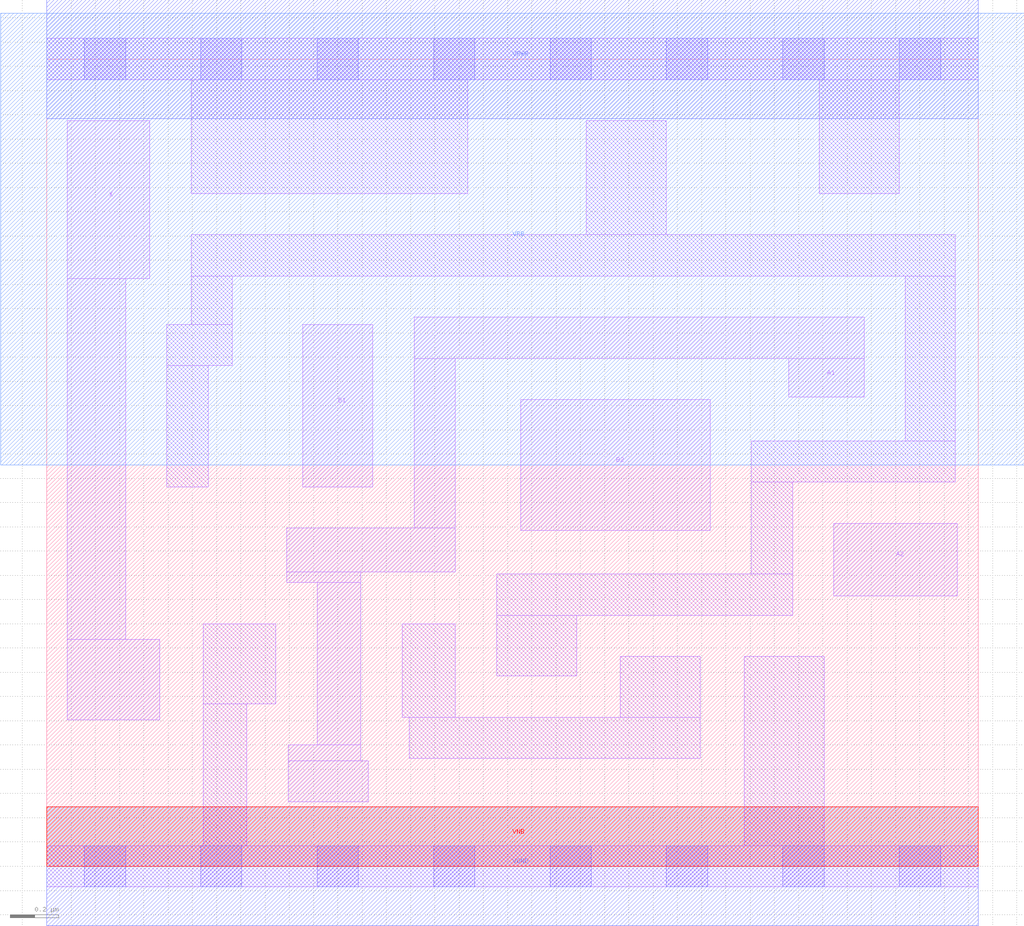
<source format=lef>
# Copyright 2020 The SkyWater PDK Authors
#
# Licensed under the Apache License, Version 2.0 (the "License");
# you may not use this file except in compliance with the License.
# You may obtain a copy of the License at
#
#     https://www.apache.org/licenses/LICENSE-2.0
#
# Unless required by applicable law or agreed to in writing, software
# distributed under the License is distributed on an "AS IS" BASIS,
# WITHOUT WARRANTIES OR CONDITIONS OF ANY KIND, either express or implied.
# See the License for the specific language governing permissions and
# limitations under the License.
#
# SPDX-License-Identifier: Apache-2.0

VERSION 5.7 ;
  NOWIREEXTENSIONATPIN ON ;
  DIVIDERCHAR "/" ;
  BUSBITCHARS "[]" ;
MACRO sky130_fd_sc_lp__o22a_0
  CLASS CORE ;
  FOREIGN sky130_fd_sc_lp__o22a_0 ;
  ORIGIN  0.000000  0.000000 ;
  SIZE  3.840000 BY  3.330000 ;
  SYMMETRY X Y R90 ;
  SITE unit ;
  PIN A1
    ANTENNAGATEAREA  0.159000 ;
    DIRECTION INPUT ;
    USE SIGNAL ;
    PORT
      LAYER li1 ;
        RECT 0.990000 1.170000 1.295000 1.215000 ;
        RECT 0.990000 1.215000 1.685000 1.395000 ;
        RECT 0.995000 0.265000 1.325000 0.435000 ;
        RECT 0.995000 0.435000 1.295000 0.500000 ;
        RECT 1.115000 0.500000 1.295000 1.170000 ;
        RECT 1.515000 1.395000 1.685000 2.095000 ;
        RECT 1.515000 2.095000 3.370000 2.265000 ;
        RECT 3.060000 1.935000 3.370000 2.095000 ;
    END
  END A1
  PIN A2
    ANTENNAGATEAREA  0.159000 ;
    DIRECTION INPUT ;
    USE SIGNAL ;
    PORT
      LAYER li1 ;
        RECT 3.245000 1.115000 3.755000 1.415000 ;
    END
  END A2
  PIN B1
    ANTENNAGATEAREA  0.159000 ;
    DIRECTION INPUT ;
    USE SIGNAL ;
    PORT
      LAYER li1 ;
        RECT 1.055000 1.565000 1.345000 2.235000 ;
    END
  END B1
  PIN B2
    ANTENNAGATEAREA  0.159000 ;
    DIRECTION INPUT ;
    USE SIGNAL ;
    PORT
      LAYER li1 ;
        RECT 1.955000 1.385000 2.735000 1.925000 ;
    END
  END B2
  PIN X
    ANTENNADIFFAREA  0.280900 ;
    DIRECTION OUTPUT ;
    USE SIGNAL ;
    PORT
      LAYER li1 ;
        RECT 0.085000 0.605000 0.465000 0.935000 ;
        RECT 0.085000 0.935000 0.325000 2.425000 ;
        RECT 0.085000 2.425000 0.425000 3.075000 ;
    END
  END X
  PIN VGND
    DIRECTION INOUT ;
    USE GROUND ;
    PORT
      LAYER met1 ;
        RECT 0.000000 -0.245000 3.840000 0.245000 ;
    END
  END VGND
  PIN VNB
    DIRECTION INOUT ;
    USE GROUND ;
    PORT
      LAYER pwell ;
        RECT 0.000000 0.000000 3.840000 0.245000 ;
    END
  END VNB
  PIN VPB
    DIRECTION INOUT ;
    USE POWER ;
    PORT
      LAYER nwell ;
        RECT -0.190000 1.655000 4.030000 3.520000 ;
    END
  END VPB
  PIN VPWR
    DIRECTION INOUT ;
    USE POWER ;
    PORT
      LAYER met1 ;
        RECT 0.000000 3.085000 3.840000 3.575000 ;
    END
  END VPWR
  OBS
    LAYER li1 ;
      RECT 0.000000 -0.085000 3.840000 0.085000 ;
      RECT 0.000000  3.245000 3.840000 3.415000 ;
      RECT 0.495000  1.565000 0.665000 2.065000 ;
      RECT 0.495000  2.065000 0.765000 2.235000 ;
      RECT 0.595000  2.235000 0.765000 2.435000 ;
      RECT 0.595000  2.435000 3.745000 2.605000 ;
      RECT 0.595000  2.775000 1.735000 3.245000 ;
      RECT 0.645000  0.085000 0.825000 0.670000 ;
      RECT 0.645000  0.670000 0.945000 1.000000 ;
      RECT 1.465000  0.615000 1.685000 1.000000 ;
      RECT 1.495000  0.445000 2.695000 0.615000 ;
      RECT 1.855000  0.785000 2.185000 1.035000 ;
      RECT 1.855000  1.035000 3.075000 1.205000 ;
      RECT 2.225000  2.605000 2.555000 3.075000 ;
      RECT 2.365000  0.615000 2.695000 0.865000 ;
      RECT 2.875000  0.085000 3.205000 0.865000 ;
      RECT 2.905000  1.205000 3.075000 1.585000 ;
      RECT 2.905000  1.585000 3.745000 1.755000 ;
      RECT 3.185000  2.775000 3.515000 3.245000 ;
      RECT 3.540000  1.755000 3.745000 2.435000 ;
    LAYER mcon ;
      RECT 0.155000 -0.085000 0.325000 0.085000 ;
      RECT 0.155000  3.245000 0.325000 3.415000 ;
      RECT 0.635000 -0.085000 0.805000 0.085000 ;
      RECT 0.635000  3.245000 0.805000 3.415000 ;
      RECT 1.115000 -0.085000 1.285000 0.085000 ;
      RECT 1.115000  3.245000 1.285000 3.415000 ;
      RECT 1.595000 -0.085000 1.765000 0.085000 ;
      RECT 1.595000  3.245000 1.765000 3.415000 ;
      RECT 2.075000 -0.085000 2.245000 0.085000 ;
      RECT 2.075000  3.245000 2.245000 3.415000 ;
      RECT 2.555000 -0.085000 2.725000 0.085000 ;
      RECT 2.555000  3.245000 2.725000 3.415000 ;
      RECT 3.035000 -0.085000 3.205000 0.085000 ;
      RECT 3.035000  3.245000 3.205000 3.415000 ;
      RECT 3.515000 -0.085000 3.685000 0.085000 ;
      RECT 3.515000  3.245000 3.685000 3.415000 ;
  END
END sky130_fd_sc_lp__o22a_0
END LIBRARY

</source>
